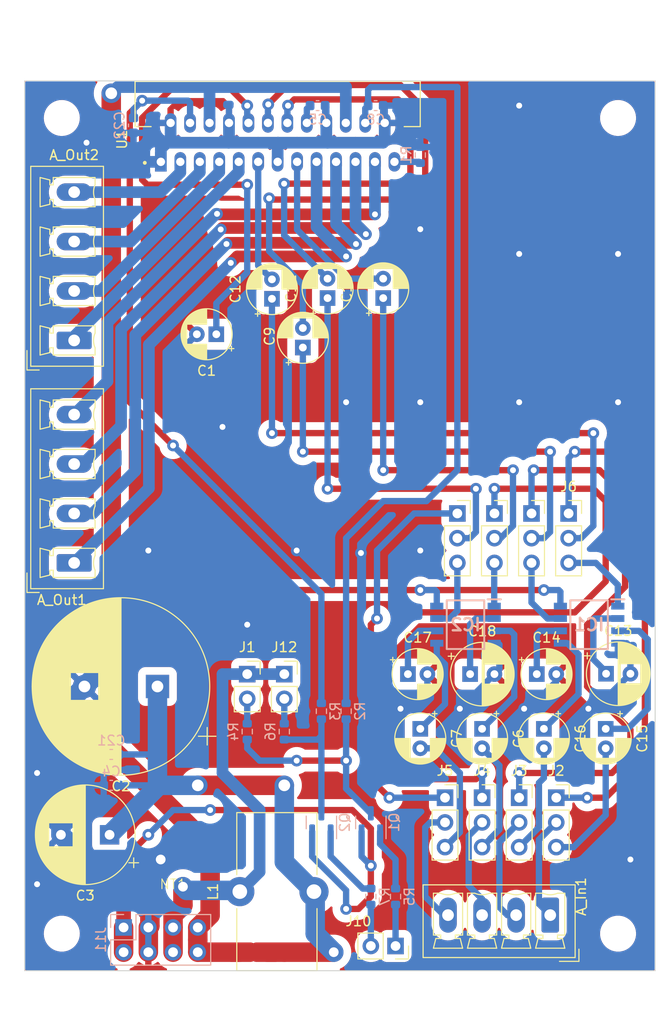
<source format=kicad_pcb>
(kicad_pcb (version 20221018) (generator pcbnew)
  (layers (0 "F.Cu" signal) (31 "B.Cu" signal) (34 "B.Paste" user) (35 "F.Paste" user) (36 "B.SilkS" user "B.Silkscreen") (37 "F.SilkS" user "F.Silkscreen") (38 "B.Mask" user) (39 "F.Mask" user) (44 "Edge.Cuts" user))
  (net 0 "")
  (net 1 "/OUT_LF")
  (net 2 "/OUT_RF")
  (net 3 "/OUT_LR")
  (net 4 "/OUT_RR")
  (net 5 "Net-(A_Out1-Pin_1)")
  (net 6 "Net-(A_Out1-Pin_2)")
  (net 7 "Net-(A_Out1-Pin_3)")
  (net 8 "Net-(A_Out1-Pin_4)")
  (net 9 "Net-(A_Out2-Pin_1)")
  (net 10 "Net-(A_Out2-Pin_2)")
  (net 11 "Net-(A_Out2-Pin_3)")
  (net 12 "Net-(A_Out2-Pin_4)")
  (net 13 "Net-(U1-SVR)")
  (net 14 "GNDA")
  (net 15 "+12VA")
  (net 16 "Net-(U1-AC-GND)")
  (net 17 "Net-(IC2-IN1)")
  (net 18 "/BA312_in_LR")
  (net 19 "Net-(IC2-IN2)")
  (net 20 "/BA312_in_RR")
  (net 21 "Net-(U1-MUTE)")
  (net 22 "GNDD")
  (net 23 "/RF")
  (net 24 "Net-(U1-IN2)")
  (net 25 "/LR")
  (net 26 "Net-(U1-IN3)")
  (net 27 "/RR")
  (net 28 "Net-(U1-IN4)")
  (net 29 "/LF")
  (net 30 "Net-(U1-IN1)")
  (net 31 "Net-(IC1-VM1)")
  (net 32 "Net-(IC1-VM2)")
  (net 33 "Net-(IC1-IN1)")
  (net 34 "/BA312_in_LF")
  (net 35 "Net-(IC1-IN2)")
  (net 36 "/BA312_in_RF")
  (net 37 "Net-(IC2-VM2)")
  (net 38 "Net-(IC2-VM1)")
  (net 39 "Net-(U1-ST-BY)")
  (net 40 "/BA312_out_LF")
  (net 41 "/BA312_out_RF")
  (net 42 "/BA312_out_LR")
  (net 43 "/BA312_out_RR")
  (net 44 "Net-(J1-Pin_2)")
  (net 45 "Net-(J2-Pin_1)")
  (net 46 "Net-(J3-Pin_1)")
  (net 47 "Net-(J4-Pin_1)")
  (net 48 "Net-(J5-Pin_1)")
  (net 49 "/MCU_MUTE")
  (net 50 "/MCU_ST-BY")
  (net 51 "+12V")
  (net 52 "Net-(Q1-B)")
  (net 53 "Net-(Q1-C)")
  (net 54 "Net-(Q2-B)")
  (net 55 "Net-(U1-HSD)")
  (net 56 "Net-(C2-Pad1)")
  (net 57 "Net-(J12-Pin_2)")
  (net 58 "Net-(Q2-C)")
  (footprint "Connector_PinSocket_2.54mm:PinSocket_1x03_P2.54mm_Vertical" (layer "F.Cu") (at 232.41 85.09)
    (fp_text reference "J7" hide)
    (fp_text value "Conn_01x03_Pin")
  )
  (footprint "MountingHole:MountingHole_3.2mm_M3" (layer "F.Cu") (at 241.3 44.45)
    (fp_text reference "H2" hide)
    (fp_text value "MountingHole")
  )
  (footprint "Capacitor_THT:CP_Radial_D5.0mm_P2.00mm" (layer "F.Cu") (at 227.33 107.22 -90)
    (fp_text reference "C6")
    (fp_text value "10uF/25V")
  )
  (footprint "Capacitor_THT:CP_Radial_D5.0mm_P2.00mm" (layer "F.Cu") (at 220.98 107.22 -90)
    (fp_text reference "C7")
    (fp_text value "10uF/25V")
  )
  (footprint "MountingHole:MountingHole_3.2mm_M3" (layer "F.Cu") (at 184.15 128.27)
    (fp_text reference "H4" hide)
    (fp_text value "MountingHole")
  )
  (footprint "Tie:Tie" (layer "F.Cu") (at 193.04 121.92)
    (fp_text reference "NT1")
    (fp_text value "NetTie_2")
  )
  (footprint "Capacitor_THT:CP_Radial_D5.0mm_P2.00mm" (layer "F.Cu") (at 208.915 68.04 90)
    (fp_text reference "C9")
    (fp_text value "10uF/25V")
  )
  (footprint "Capacitor_THT:CP_Radial_D5.0mm_P2.00mm" (layer "F.Cu") (at 211.455 62.96 90)
    (fp_text reference "C11")
    (fp_text value "10uF/25V")
  )
  (footprint "Capacitor_THT:CP_Radial_D5.0mm_P2.00mm" (layer "F.Cu") (at 217.17 62.96 90)
    (fp_text reference "C10")
    (fp_text value "10uF/25V")
  )
  (footprint "Inductor_THT:L_Toroid_Vertical_L16.0mm_W8.0mm_P7.62mm" (layer "F.Cu") (at 202.438 123.952 90)
    (fp_text reference "L1")
    (fp_text value "0.05 mH 0.2 Ohm")
  )
  (footprint "Connector_PinSocket_2.54mm:PinSocket_1x02_P2.54mm_Vertical" (layer "F.Cu") (at 218.44 129.54 -90)
    (fp_text reference "J10")
    (fp_text value "Conn_01x02_Pin")
  )
  (footprint "Connector_Phoenix_MC_HighVoltage:PhoenixContact_MCV_1,5_4-G-5.08_1x04_P5.08mm_Vertical" (layer "F.Cu") (at 185.42 67.31 90)
    (fp_text reference "A_Out2")
    (fp_text value "rozlut + CC-210D")
  )
  (footprint "Connector_PinSocket_2.54mm:PinSocket_1x03_P2.54mm_Vertical" (layer "F.Cu") (at 224.79 85.09)
    (fp_text reference "J9" hide)
    (fp_text value "Conn_01x03_Pin")
  )
  (footprint "Connector_PinSocket_2.54mm:PinSocket_1x02_P2.54mm_Vertical" (layer "F.Cu") (at 207.01 101.6)
    (fp_text reference "J12")
    (fp_text value "Conn_01x02_Pin")
  )
  (footprint "Connector_PinSocket_2.54mm:PinSocket_1x03_P2.54mm_Vertical" (layer "F.Cu") (at 234.95 114.3)
    (fp_text reference "J2")
    (fp_text value "Conn_01x03_Pin")
  )
  (footprint "MountingHole:MountingHole_3.2mm_M3" (layer "F.Cu") (at 241.3 128.27)
    (fp_text reference "H3" hide)
    (fp_text value "MountingHole")
  )
  (footprint "Capacitor_THT:CP_Radial_D5.0mm_P2.00mm" (layer "F.Cu") (at 205.74 63.032571 90)
    (fp_text reference "C12")
    (fp_text value "10uF/25V")
  )
  (footprint "Tie:Tie" (layer "F.Cu") (at 202.565 132.715 180)
    (fp_text reference "NT2" hide)
    (fp_text value "NetTie_2")
  )
  (footprint "Capacitor_THT:CP_Radial_D5.0mm_P2.00mm" (layer "F.Cu") (at 219.71 101.6)
    (fp_text reference "C17")
    (fp_text value "10uF/25V")
  )
  (footprint "Capacitor_THT:CP_Radial_D5.0mm_P2.00mm" (layer "F.Cu") (at 232.95 101.6)
    (fp_text reference "C14")
    (fp_text value "10uF/25V")
  )
  (footprint "MountingHole:MountingHole_3.2mm_M3" (layer "F.Cu") (at 184.15 44.45)
    (fp_text reference "H1" hide)
    (fp_text value "MountingHole")
  )
  (footprint "Connector_PinSocket_2.54mm:PinSocket_1x03_P2.54mm_Vertical" (layer "F.Cu") (at 236.22 85.09)
    (fp_text reference "J6")
    (fp_text value "Conn_01x03_Pin")
  )
  (footprint "Connector_Phoenix_MC_HighVoltage:PhoenixContact_MCV_1,5_4-G-5.08_1x04_P5.08mm_Vertical" (layer "F.Cu") (at 185.42 90.17 90)
    (fp_text reference "A_Out1")
    (fp_text value "rozlut + CC-210D")
  )
  (footprint "Connector_PinSocket_2.54mm:PinSocket_1x03_P2.54mm_Vertical" (layer "F.Cu") (at 231.14 114.3)
    (fp_text reference "J3")
    (fp_text value "Conn_01x03_Pin")
  )
  (footprint "TDA7850:TO100P2930X465X1937-25" (layer "F.Cu") (at 194.326 48.958 90)
    (fp_text reference "U1")
    (fp_text value "TDA7850")
  )
  (footprint "Capacitor_THT:CP_Radial_D6.3mm_P2.50mm" (layer "F.Cu") (at 240.07 101.56)
    (fp_text reference "C13")
    (fp_text value "22uF/25V")
  )
  (footprint "Capacitor_THT:CP_Radial_D10.0mm_P5.00mm" (layer "F.Cu") (at 189.057677 118.11 180)
    (fp_text reference "C3")
    (fp_text value "470uF 25V")
  )
  (footprint "Capacitor_THT:CP_Radial_D5.0mm_P2.00mm" (layer "F.Cu") (at 233.68 107.22 -90)
    (fp_text reference "C16")
    (fp_text value "10uF/25V")
  )
  (footprint "Connector_PinSocket_2.54mm:PinSocket_1x03_P2.54mm_Vertical" (layer "F.Cu") (at 223.52 114.3)
    (fp_text reference "J5")
    (fp_text value "Conn_01x03_Pin")
  )
  (footprint "Capacitor_THT:CP_Radial_D5.0mm_P2.00mm" (layer "F.Cu") (at 240.03 107.22 -90)
    (fp_text reference "C15")
    (fp_text value "10uF/25V")
  )
  (footprint "Connector_PinSocket_2.54mm:PinSocket_1x02_P2.54mm_Vertical" (layer "F.Cu") (at 203.2 101.6)
    (fp_text reference "J1")
    (fp_text value "Conn_01x02_Pin")
  )
  (footprint "Capacitor_THT:CP_Radial_D6.3mm_P2.50mm" (layer "F.Cu") (at 226.1 101.6)
    (fp_text reference "C18")
    (fp_text value "22uF/25V")
  )
  (footprint "Connector_Phoenix_MC:PhoenixContact_MCV_1,5_4-G-3.5_1x04_P3.50mm_Vertical" (layer "F.Cu") (at 234.33 126.365 180)
    (fp_text reference "A_In1")
    (fp_text value "Conn_01x04")
  )
  (footprint "Connector_PinSocket_2.54mm:PinSocket_1x03_P2.54mm_Vertical" (layer "F.Cu") (at 227.33 114.3)
    (fp_text reference "J4")
    (fp_text value "Conn_01x03_Pin")
  )
  (footprint "Capacitor_THT:CP_Radial_D18.0mm_P7.50mm" (layer "F.Cu") (at 193.97778 102.87 180)
    (fp_text reference "C2")
    (fp_text value "10000uF 25V")
  )
  (footprint "Connector_PinSocket_2.54mm:PinSocket_1x03_P2.54mm_Vertical" (layer "F.Cu") (at 228.6 85.09)
    (fp_text reference "J8" hide)
    (fp_text value "Conn_01x03_Pin")
  )
  (footprint "Capacitor_THT:CP_Radial_D5.0mm_P2.00mm" (layer "F.Cu") (at 200.025 66.675 180)
    (fp_text reference "C1")
    (fp_text value "47uF 25V")
  )
  (footprint "Capacitor_SMD:C_0603_1608Metric" (layer "B.Cu") (at 216.395 43.18)
    (fp_text reference "C8")
    (fp_text value "1uF")
  )
  (footprint "BA3121:SOIC127P620X160-8N" (layer "B.Cu") (at 238.325 96.52 180)
    (fp_text reference "IC1")
    (fp_text value "BA3121F-E2" hide)
  )
  (footprint "Package_TO_SOT_SMD:SOT-23" (layer "B.Cu") (at 210.82 116.84 90)
    (fp_text reference "Q2")
    (fp_text value "BC817")
  )
  (footprint "Capacitor_SMD:C_0603_1608Metric" (layer "B.Cu") (at 191.516 45.212 -90)
    (fp_text reference "C22")
    (fp_text value "1uF")
  )
  (footprint "Resistor_SMD:R_0603_1608Metric" (layer "B.Cu") (at 207.01 107.505 -90)
    (fp_text reference "R6")
    (fp_text value "1k")
  )
  (footprint "Capacitor_SMD:C_0603_1608Metric" (layer "B.Cu") (at 210.430667 43.18)
    (fp_text reference "C5")
    (fp_text value "470nF")
  )
  (footprint "Package_TO_SOT_SMD:SOT-23" (layer "B.Cu") (at 215.9 116.84 90)
    (fp_text reference "Q1")
    (fp_text value "BC817")
  )
  (footprint "Resistor_SMD:R_0603_1608Metric" (layer "B.Cu") (at 213.36 105.41 90)
    (fp_text reference "R2")
    (fp_text value "10k")
  )
  (footprint "Resistor_SMD:R_0603_1608Metric" (layer "B.Cu") (at 220.98 48.26 -90)
    (fp_text reference "R1")
    (fp_text value "10k n.a.")
  )
  (footprint "Resistor_SMD:R_0603_1608Metric" (layer "B.Cu") (at 218.44 124.46 90)
    (fp_text reference "R5")
    (fp_text value "1k")
  )
  (footprint "Resistor_SMD:R_0603_1608Metric" (layer "B.Cu") (at 210.82 105.41 90)
    (fp_text reference "R3")
    (fp_text value "47k")
  )
  (footprint "BA3121:SOIC127P620X160-8N" (layer "B.Cu") (at 225.625 96.52 180)
    (fp_text reference "IC2")
    (fp_text value "BA3121F-E2" hide)
  )
  (footprint "Capacitor_SMD:C_0603_1608Metric" (layer "B.Cu") (at 189.23 113.03 180)
    (fp_text reference "C4")
    (fp_text value "470nF")
  )
  (footprint "Resistor_SMD:R_0603_1608Metric" (layer "B.Cu") (at 215.9 124.46 90)
    (fp_text reference "R7")
    (fp_text value "1k")
  )
  (footprint "Capacitor_SMD:C_0603_1608Metric" (layer "B.Cu") (at 189.23 109.855 180)
    (fp_text reference "C21")
    (fp_text value "100nF")
  )
  (footprint "Connector_PinHeader_2.54mm:PinHeader_2x04_P2.54mm_Vertical" (layer "B.Cu") (at 190.5 127.635 -90)
    (fp_text reference "J11")
    (fp_text value "Conn_02x04_Odd_Even")
  )
  (footprint "Resistor_SMD:R_0603_1608Metric" (layer "B.Cu") (at 203.2 107.505 -90)
    (fp_text reference "R4")
    (fp_text value "1k")
  )
  (gr_line (start 180.34 132.08) (end 180.34 40.64) (stroke (width 0.1)) (layer "Edge.Cuts"))
  (gr_line (start 245.11 40.64) (end 245.11 132.08) (stroke (width 0.1)) (layer "Edge.Cuts"))
  (gr_line (start 180.34 40.64) (end 245.11 40.64) (stroke (width 0.1)) (layer "Edge.Cuts"))
  (gr_line (start 180.34 132.08) (end 245.11 132.08) (stroke (width 0.1)) (layer "Edge.Cuts"))
  (segment (start 233.172 125.207) (end 234.33 126.365) (width 0.65) (layer "B.Cu") (net 1))
  (segment (start 234.95 116.84) (end 233.172 118.618) (width 0.65) (layer "B.Cu") (net 1))
  (segment (start 233.172 118.618) (end 233.172 125.207) (width 0.65) (layer "B.Cu") (net 1))
  (segment (start 231.14 116.84) (end 229.108 118.872) (width 0.65) (layer "B.Cu") (net 2))
  (segment (start 229.93 126.365) (end 230.83 126.365) (width 0.65) (layer "B.Cu") (net 2))
  (segment (start 229.108 125.543) (end 229.93 126.365) (width 0.65) (layer "B.Cu") (net 2))
  (segment (start 229.108 118.872) (end 229.108 125.543) (width 0.65) (layer "B.Cu") (net 2))
  (segment (start 225.955 123.339) (end 227.33 124.714) (width 0.65) (layer "B.Cu") (net 3))
  (segment (start 225.955 118.215) (end 225.955 123.339) (width 0.65) (layer "B.Cu") (net 3))
  (segment (start 227.33 124.714) (end 227.33 126.365) (width 0.65) (layer "B.Cu") (net 3))
  (segment (start 227.33 116.84) (end 225.955 118.215) (width 0.65) (layer "B.Cu") (net 3))
  (segment (start 227.475 126.22) (end 227.33 126.365) (width 0.65) (layer "B.Cu") (net 3))
  (segment (start 221.996 116.84) (end 221.488 117.348) (width 0.65) (layer "B.Cu") (net 4))
  (segment (start 223.52 116.84) (end 221.996 116.84) (width 0.65) (layer "B.Cu") (net 4))
  (segment (start 221.488 124.46) (end 223.393 126.365) (width 0.65) (layer "B.Cu") (net 4))
  (segment (start 223.393 126.365) (end 223.83 126.365) (width 0.65) (layer "B.Cu") (net 4))
  (segment (start 221.488 117.348) (end 221.488 124.46) (width 0.65) (layer "B.Cu") (net 4))
  (segment (start 202.17398 58.679001) (end 201.51082 59.342161) (width 1.2) (layer "F.Cu") (net 5))
  (segment (start 213.36 58.679001) (end 202.17398 58.679001) (width 1.2) (layer "F.Cu") (net 5))
  (via (at 201.51082 59.342161) (size 1.2) (drill 0.61) (layers "F.Cu" "B.Cu") (net 5))
  (via (at 213.36 58.679001) (size 1.2) (drill 0.61) (layers "F.Cu" "B.Cu") (net 5))
  (segment (start 210.326 48.958) (end 210.326 55.645001) (width 1.2) (layer "B.Cu") (net 5))
  (segment (start 185.42 90.17) (end 193.095998 82.494002) (width 1.2) (layer "B.Cu") (net 5))
  (segment (start 193.095998 67.756985) (end 201.51082 59.342161) (width 1.2) (layer "B.Cu") (net 5))
  (segment (start 210.326 55.645001) (end 213.36 58.679001) (width 1.2) (layer "B.Cu") (net 5))
  (segment (start 193.095998 82.494002) (end 193.095998 67.756985) (width 1.2) (layer "B.Cu") (net 5))
  (segment (start 214.251501 57.279501) (end 201.189943 57.279501) (width 1.2) (layer "F.Cu") (net 6))
  (segment (start 214.376 57.404) (end 214.251501 57.279501) (width 1.2) (layer "F.Cu") (net 6))
  (segment (start 201.189943 57.279501) (end 201.067387 57.402057) (width 1.2) (layer "F.Cu") (net 6))
  (via (at 214.376 57.404) (size 1.2) (drill 0.61) (layers "F.Cu" "B.Cu") (net 6))
  (via (at 201.067387 57.402057) (size 1.2) (drill 0.61) (layers "F.Cu" "B.Cu") (net 6))
  (segment (start 187.325 85.09) (end 191.696497 80.718503) (width 1.2) (layer "B.Cu") (net 6))
  (segment (start 191.696497 66.748503) (end 201.042943 57.402057) (width 1.2) (layer "B.Cu") (net 6))
  (segment (start 212.326 48.958) (end 212.326 55.354) (width 1.2) (layer "B.Cu") (net 6))
  (segment (start 212.326 55.354) (end 214.376 57.404) (width 1.2) (layer "B.Cu") (net 6))
  (segment (start 185.42 85.09) (end 187.325 85.09) (width 1.2) (layer "B.Cu") (net 6))
  (segment (start 201.042943 57.402057) (end 201.067387 57.402057) (width 1.2) (layer "B.Cu") (net 6))
  (segment (start 191.696497 80.718503) (end 191.696497 66.748503) (width 1.2) (layer "B.Cu") (net 6))
  (segment (start 215.392 56.388) (end 214.7595 55.7555) (width 1.2) (layer "F.Cu") (net 7))
  (segment (start 214.7595 55.7555) (end 200.624466 55.7555) (width 1.2) (layer "F.Cu") (net 7))
  (segment (start 200.624466 55.7555) (end 200.474208 55.905758) (width 1.2) (layer "F.Cu") (net 7))
  (via (at 215.392 56.388) (size 1.2) (drill 0.61) (layers "F.Cu" "B.Cu") (net 7))
  (via (at 200.474208 55.905758) (size 1.2) (drill 0.61) (layers "F.Cu" "B.Cu") (net 7))
  (segment (start 214.326 48.958) (end 214.326 55.322) (width 1.2) (layer "B.Cu") (net 7))
  (segment (start 190.240998 66.138968) (end 200.474208 55.905758) (width 1.2) (layer "B.Cu") (net 7))
  (segment (start 190.240998 76.089002) (end 190.240998 66.138968) (width 1.2) (layer "B.Cu") (net 7))
  (segment (start 186.32 80.01) (end 190.240998 76.089002) (width 1.2) (layer "B.Cu") (net 7))
  (segment (start 185.42 80.01) (end 186.32 80.01) (width 1.2) (layer "B.Cu") (net 7))
  (segment (start 214.326 55.322) (end 215.392 56.388) (width 1.2) (layer "B.Cu") (net 7))
  (segment (start 216.326 54.356) (end 200.152 54.356) (width 1.2) (layer "F.Cu") (net 8))
  (segment (start 200.152 54.356) (end 200.098387 54.302387) (width 1.2) (layer "F.Cu") (net 8))
  (via (at 200.098387 54.302387) (size 1.2) (drill 0.61) (layers "F.Cu" "B.Cu") (net 8))
  (via (at 216.326 54.356) (size 1.2) (drill 0.61) (layers "F.Cu" "B.Cu") (net 8))
  (segment (start 188.841497 65.455276) (end 199.994386 54.302387) (width 1.2) (layer "B.Cu") (net 8))
  (segment (start 185.42 74.93) (end 188.841497 71.508503) (width 1.2) (layer "B.Cu") (net 8))
  (segment (start 188.841497 71.508503) (end 188.841497 65.455276) (width 1.2) (layer "B.Cu") (net 8))
  (segment (start 199.994386 54.302387) (end 200.098387 54.302387) (width 1.2) (layer "B.Cu") (net 8))
  (segment (start 216.326 48.958) (end 216.326 54.356) (width 1.2) (layer "B.Cu") (net 8))
  (segment (start 185.42 66.897579) (end 185.42 67.31) (width 1.2) (layer "B.Cu") (net 9))
  (segment (start 202.326 48.958) (end 202.326 49.991579) (width 1.2) (layer "B.Cu") (net 9))
  (segment (start 202.326 49.991579) (end 185.42 66.897579) (width 1.2) (layer "B.Cu") (net 9))
  (segment (start 200.326 48.958) (end 200.326 50.012386) (width 1.2) (layer "B.Cu") (net 10))
  (segment (start 188.108386 62.23) (end 185.42 62.23) (width 1.2) (layer "B.Cu") (net 10))
  (segment (start 200.326 50.012386) (end 188.108386 62.23) (width 1.2) (layer "B.Cu") (net 10))
  (segment (start 191.209193 57.15) (end 185.42 57.15) (width 1.2) (layer "B.Cu") (net 11))
  (segment (start 198.326 48.958) (end 198.326 50.033193) (width 1.2) (layer "B.Cu") (net 11))
  (segment (start 198.326 50.033193) (end 191.209193 57.15) (width 1.2) (layer "B.Cu") (net 11))
  (segment (start 196.326 48.958) (end 196.326 50.054) (width 1.2) (layer "B.Cu") (net 12))
  (segment (start 194.31 52.07) (end 185.42 52.07) (width 1.2) (layer "B.Cu") (net 12))
  (segment (start 196.326 50.054) (end 194.31 52.07) (width 1.2) (layer "B.Cu") (net 12))
  (segment (start 192.913 51.308) (end 203.2 51.308) (width 0.65) (layer "F.Cu") (net 13))
  (segment (start 201.295 41.275) (end 195.58 41.275) (width 0.65) (layer "F.Cu") (net 13))
  (segment (start 192.405 44.45) (end 192.405 50.8) (width 0.65) (layer "F.Cu") (net 13))
  (segment (start 203.2 43.18) (end 201.295 41.275) (width 0.65) (layer "F.Cu") (net 13))
  (segment (start 192.405 50.8) (end 192.913 51.308) (width 0.65) (layer "F.Cu") (net 13))
  (segment (start 195.58 41.275) (end 192.405 44.45) (width 0.65) (layer "F.Cu") (net 13))
  (via (at 203.2 43.18) (size 1.2) (drill 0.61) (layers "F.Cu" "B.Cu") (net 13))
  (via (at 203.2 51.308) (size 1.2) (drill 0.61) (layers "F.Cu" "B.Cu") (net 13))
  (segment (start 203.2 60.325) (end 203.2 51.308) (width 0.65) (layer "B.Cu") (net 13))
  (segment (start 200.025 66.675) (end 200.025 63.5) (width 0.65) (layer "B.Cu") (net 13))
  (segment (start 203.2 43.18) (end 203.2 44.832) (width 0.65) (layer "B.Cu") (net 13))
  (segment (start 203.2 44.832) (end 203.326 44.958) (width 0.65) (layer "B.Cu") (net 13))
  (segment (start 200.025 63.5) (end 203.2 60.325) (width 0.65) (layer "B.Cu") (net 13))
  (segment (start 193.2 121.76) (end 194.31 120.65) (width 2) (layer "F.Cu") (net 14))
  (segment (start 193.2 127.475) (end 193.2 124.46) (width 2) (layer "F.Cu") (net 14))
  (segment (start 225.044 105.156) (end 231.648 105.156) (width 0.65) (layer "F.Cu") (net 14))
  (segment (start 193.2 124.255837) (end 193.2 121.76) (width 2) (layer "F.Cu") (net 14))
  (segment (start 193.04 130.175) (end 193.04 127.635) (width 2) (layer "F.Cu") (net 14))
  (segment (start 238.252 105.156) (end 231.648 105.156) (width 0.65) (layer "F.Cu") (net 14))
  (segment (start 193.04 127.635) (end 193.2 127.475) (width 2) (layer "F.Cu") (net 14))
  (segment (start 225.044 105.156) (end 218.948 105.156) (width 0.65) (layer "F.Cu") (net 14))
  (via (at 225.044 105.156) (size 1.2) (drill 0.61) (layers "F.Cu" "B.Cu") (net 14))
  (via (at 231.648 105.156) (size 1.2) (drill 0.61) (layers "F.Cu" "B.Cu") (net 14))
  (via (at 194.31 120.65) (size 2) (drill 1) (layers "F.Cu" "B.Cu") (net 14))
  (via (at 231.14 58.42) (size 1.2) (drill 0.61) (layers "F.Cu" "B.Cu") (net 14))
  (via (at 241.3 58.42) (size 1.2) (drill 0.61) (layers "F.Cu" "B.Cu") (net 14))
  (via (at 231.14 43.18) (size 1.2) (drill 0.61) (layers "F.Cu" "B.Cu") (net 14))
  (via (at 242.57 120.65) (size 1.2) (drill 0.61) (layers "F.Cu" "B.Cu") (net 14))
  (via (at 220.98 55.88) (size 1.2) (drill 0.61) (layers "F.Cu" "B.Cu") (net 14))
  (via (at 231.14 73.66) (size 1.2) (drill 0.61) (layers "F.Cu" "B.Cu") (net 14))
  (via (at 200.66 76.2) (size 1.2) (drill 0.61) (layers "F.Cu" "B.Cu") (net 14))
  (via (at 220.98 88.9) (size 1.2) (drill 0.61) (layers "F.Cu" "B.Cu") (net 14))
  (via (at 213.36 73.66) (size 1.2) (drill 0.61) (layers "F.Cu" "B.Cu") (net 14))
  (via (at 193.04 88.9) (size 1.2) (drill 0.61) (layers "F.Cu" "B.Cu") (net 14))
  (via (at 220.98 73.66) (size 1.2) (drill 0.61) (layers "F.Cu" "B.Cu") (net 14))
  (via (at 208.28 88.9) (size 1.2) (drill 0.61) (layers "F.Cu" "B.Cu") (net 14))
  (via (at 214.884 89.154) (size 1.2) (drill 0.61) (layers "F.Cu" "B.Cu") (net 14))
  (via (at 241.3 73.66) (size 1.2) (drill 0.61) (layers "F.Cu" "B.Cu") (net 14))
  (via (at 181.61 111.76) (size 1.2) (drill 0.61) (layers "F.Cu" "B.Cu") (net 14))
  (via (at 203.2 96.52) (size 1.2) (drill 0.61) (layers "F.Cu" "B.Cu") (net 14))
  (via (at 186.69 46.99) (size 1.2) (drill 0.61) (layers "F.Cu" "B.Cu") (net 14))
  (via (at 218.948 105.156) (size 1.2) (drill 0.61) (layers "F.Cu" "B.Cu") (net 14))
  (via (at 181.61 123.19) (size 1.2) (drill 0.61) (layers "F.Cu" "B.Cu") (net 14))
  (via (at 238.252 105.156) (size 1.2) (drill 0.61) (layers "F.Cu" "B.Cu") (net 14))
  (segment (start 242.57 101.56) (end 238.974 105.156) (width 0.65) (layer "B.Cu") (net 14))
  (segment (start 184.057677 113.03) (end 184.057677 109.855) (width 2) (layer "B.Cu") (net 14))
  (segment (start 217.326 43.336) (end 217.326 44.958) (width 0.65) (layer "B.Cu") (net 14))
  (segment (start 211.326 44.958) (end 211.326 43.300333) (width 0.65) (layer "B.Cu") (net 14))
  (segment (start 194.326 48.958) (end 194.326 47.609) (width 1.2) (layer "B.Cu") (net 14))
  (segment (start 228.6 101.6) (end 225.044 105.156) (width 0.65) (layer "B.Cu") (net 14))
  (segment (start 220.98 47.435) (end 220.379 46.834) (width 0.65) (layer "B.Cu") (net 14))
  (segment (start 191.516 45.987) (end 191.516 48.958) (width 0.65) (layer "B.Cu") (net 14))
  (segment (start 217.17 46.99) (end 217.326 46.834) (width 1.2) (layer "B.Cu") (net 14))
  (segment (start 219.28537 105.156) (end 218.948 105.156) (width 0.65) (layer "B.Cu") (net 14))
  (segment (start 188.455 109.855) (end 184.057677 109.855) (width 0.65) (layer "B.Cu") (net 14))
  (segment (start 206.326 48.958) (end 206.326 47.039) (width 1.2) (layer "B.Cu") (net 14))
  (segment (start 184.057677 118.11) (end 184.057677 113.03) (width 2) (layer "B.Cu") (net 14))
  (segment (start 211.326 43.300333) (end 211.205667 43.18) (width 0.65) (layer "B.Cu") (net 14))
  (segment (start 228.575 98.425) (end 228.981 98.425) (width 0.65) (layer "B.Cu") (net 14))
  (segment (start 194.326 47.609) (end 194.945 46.99) (width 1.2) (layer "B.Cu") (net 14))
  (segment (start 238.974 105.156) (end 238.252 105.156) (width 0.65) (layer "B.Cu") (net 14))
  (segment (start 242.57 98.806) (end 242.57 101.56) (width 0.65) (layer "B.Cu") (net 14))
  (segment (start 194.945 46.99) (end 201.295 46.99) (width 1.2) (layer "B.Cu") (net 14))
  (segment (start 184.057677 105.290103) (end 186.47778 102.87) (width 2) (layer "B.Cu") (net 14))
  (segment (start 229.108 101.092) (end 228.6 101.6) (width 0.65) (layer "B.Cu") (net 14))
  (segment (start 234.95 102.362) (end 234.95 101.6) (width 0.65) (layer "B.Cu") (net 14))
  (segment (start 191.516 48.958) (end 181.912 48.958) (width 1.2) (layer "B.Cu") (net 14))
  (segment (start 217.17 43.18) (end 217.326 43.336) (width 0.65) (layer "B.Cu") (net 14))
  (segment (start 241.275 98.425) (end 242.189 98.425) (width 0.65) (layer "B.Cu") (net 14))
  (segment (start 229.108 98.552) (end 229.108 101.092) (width 0.65) (layer "B.Cu") (net 14))
  (segment (start 201.326 44.958) (end 201.326 46.959) (width 1.2) (layer "B.Cu") (net 14))
  (segment (start 190.5 98.84778) (end 190.5 95.25) (width 2) (layer "B.Cu") (net 14))
  (segment (start 186.47778 102.87) (end 190.5 98.84778) (width 2) (layer "B.Cu") (net 14))
  (segment (start 184.057677 118.11) (end 186.597677 120.65) (width 2) (layer "B.Cu") (net 14))
  (segment (start 206.326 47.039) (end 206.375 46.99) (width 1.2) (layer "B.Cu") (net 14))
  (segment (start 211.326 44.958) (end 211.326 46.861) (width 1.2) (layer "B.Cu") (net 14))
  (segment (start 201.295 46.99) (end 206.375 46.99) (width 1.2) (layer "B.Cu") (net 14))
  (segment (start 188.455 113.03) (end 184.057677 113.03) (width 0.65) (layer "B.Cu") (net 14))
  (segment (start 217.326 46.834) (end 217.326 44.958) (width 1.2) (layer "B.Cu") (net 14))
  (segment (start 195.326 44.958) (end 195.326 46.609) (width 1.2) (layer "B.Cu") (net 14))
  (segment (start 184.057677 109.855) (end 184.057677 105.290103) (width 2) (layer "B.Cu") (net 14))
  (segment (start 211.455 46.99) (end 217.17 46.99) (width 1.2) (layer "B.Cu") (net 14))
  (segment (start 220.789 47.244) (end 220.379 46.834) (width 0.65) (layer "B.Cu") (net 14))
  (segment (start 201.326 46.959) (end 201.295 46.99) (width 1.2) (layer "B.Cu") (net 14))
  (segment (start 232.156 105.156) (end 234.95 102.362) (width 0.65) (layer "B.Cu") (net 14))
  (segment (start 211.205667 44.837667) (end 211.326 44.958) (width 0.65) (layer "B.Cu") (net 14))
  (segment (start 181.34 49.53) (end 181.34 95.25) (width 2) (layer "B.Cu") (net 14))
  (segment (start 181.34 95.25) (end 190.5 95.25) (width 2) (layer "B.Cu") (net 14))
  (segment (start 186.597677 120.65) (end 194.31 120.65) (width 2) (layer "B.Cu") (net 14))
  (segment (start 195.326 46.609) (end 194.945 46.99) (width 1.2) (layer "B.Cu") (net 14))
  (segment (start 181.912 48.958) (end 181.34 49.53) (width 1.2) (layer "B.Cu") (net 14))
  (segment (start 211.326 46.861) (end 211.455 46.99) (width 1.2) (layer "B.Cu") (net 14))
  (segment (start 221.71 102.73137) (end 219.28537 105.156) (width 0.65) (layer "B.Cu") (net 14))
  (segment (start 231.648 105.156) (end 232.156 105.156) (width 0.65) (layer "B.Cu") (net 14))
  (segment (start 206.375 46.99) (end 211.455 46.99) (width 1.2) (layer "B.Cu") (net 14))
  (segment (start 219.71 57.88) (end 220.25 57.88) (width 0.65) (layer "B.Cu") (net 14))
  (segment (start 194.326 48.958) (end 191.516 48.958) (width 1.2) (layer "B.Cu") (net 14))
  (segment (start 221.71 101.6) (end 221.71 102.73137) (width 0.65) (layer "B.Cu") (net 14))
  (segment (start 220.379 46.834) (end 217.326 46.834) (width 0.65) (layer "B.Cu") (net 14))
  (segment (start 242.189 98.425) (end 242.57 98.806) (width 0.65) (layer "B.Cu") (net 14))
  (segment (start 228.981 98.425) (end 229.108 98.552) (width 0.65) (layer "B.Cu") (net 14))
  (segment (start 199.39 119.38) (end 199.39 126.365) (width 2) (layer "F.Cu") (net 15))
  (segment (start 189.23 92.71) (end 189.23 41.91) (width 2) (layer "F.Cu") (net 15))
  (segment (start 198.12 128.905) (end 198.12 130.175) (width 2) (layer "F.Cu") (net 15))
  (segment (start 199.39 126.365) (end 198.12 127.635) (width 2) (layer "F.Cu") (net 15))
  (segment (start 181.61 97.79) (end 181.61 107.95) (width 2) (layer "F.Cu") (net 15))
  (segment (start 189.484 92.964) (end 189.23 92.71) (width 0.65) (layer "F.Cu") (net 15))
  (segment (start 181.61 107.95) (end 182.88 109.22) (width 2) (layer "F.Cu") (net 15))
  (segment (start 182.88 109.22) (end 189.23 109.22) (width 2) (layer "F.Cu") (net 15))
  (segment (start 184.15 95.25) (end 181.61 97.79) (width 2) (layer "F.Cu") (net 15))
  (segment (start 189.23 109.22) (end 199.39 119.38) (width 2) (layer "F.Cu") (net 15))
  (segment (start 233.68 92.964) (end 220.98 92.964) (width 0.65) (layer "F.Cu") (net 15))
  (segment (start 186.69 95.25) (end 184.15 95.25) (width 2) (layer "F.Cu") (net 15))
  (segment (start 189.23 92.71) (end 186.69 95.25) (width 2) (layer "F.Cu") (net 15))
  (segment (start 220.98 92.964) (end 189.484 92.964) (width 0.65) (layer "F.Cu") (net 15))
  (segment (start 198.12 127.635) (end 198.12 128.905) (width 2) (layer "F.Cu") (net 15))
  (segment (start 198.12 130.175) (end 202.405 130.175) (width 2) (layer "F.Cu") (net 15))
  (via (at 189.23 41.91) (size 2) (drill 1.2) (layers "F.Cu" "B.Cu") (net 15))
  (via (at 220.98 92.964) (size 1.2) (drill 0.61) (layers "F.Cu" "B.Cu") (net 15))
  (via (at 233.68 92.964) (size 1.2) (drill 0.61) (layers "F.Cu" "B.Cu") (net 15))
  (segment (start 235.204 92.964) (end 235.375 93.135) (width 0.65) (layer "B.Cu") (net 15))
  (segment (start 199.39 41.275) (end 199.3875 41.2725) (width 1.2) (layer "B.Cu") (net 15))
  (segment (start 213.36 44.924) (end 213.326 44.958) (width 0.65) (layer "B.Cu") (net 15))
  (segment (start 222.504 92.964) (end 222.675 93.135) (width 0.65) (layer "B.Cu") (net 15))
  (segment (start 220.98 92.964) (end 222.504 92.964) (width 0.65) (layer "B.Cu") (net 15))
  (segment (start 222.675 93.135) (end 222.675 94.615) (width 0.65) (layer "B.Cu") (net 15))
  (segment (start 199.39 41.275) (end 213.36 41.275) (width 1.2) (layer "B.Cu") (net 15))
  (segment (start 199.326 44.958) (end 199.326 41.339) (width 1.2) (layer "B.Cu") (net 15))
  (segment (start 199.3875 41.2725) (end 189.8675 41.2725) (width 1.2) (layer "B.Cu") (net 15))
  (segment (start 189.8675 41.2725) (end 189.23 41.91) (width 1.2) (layer "B.Cu") (net 15))
  (segment (start 213.36 41.275) (end 213.326 41.309) (width 1.2) (layer "B.Cu") (net 15))
  (segment (start 213.326 41.309) (end 213.326 44.958) (width 1.2) (layer "B.Cu") (net 15))
  (segment (start 199.326 41.339) (end 199.39 41.275) (width 1.2) (layer "B.Cu") (net 15))
  (segment (start 235.375 93.135) (end 235.375 94.615) (width 0.65) (layer "B.Cu") (net 15))
  (segment (start 233.68 92.964) (end 235.204 92.964) (width 0.65) (layer "B.Cu") (net 15))
  (segment (start 209.326 44.958) (end 209.326 43.509667) (width 0.65) (layer "B.Cu") (net 16))
  (segment (start 209.326 43.509667) (end 209.655667 43.18) (width 0.65) (layer "B.Cu") (net 16))
  (segment (start 230.632 97.536) (end 230.632 103.918) (width 0.65) (layer "B.Cu") (net 17))
  (segment (start 230.632 103.918) (end 227.33 107.22) (width 0.65) (layer "B.Cu") (net 17))
  (segment (start 230.251 97.155) (end 230.632 97.536) (width 0.65) (layer "B.Cu") (net 17))
  (segment (start 228.575 97.155) (end 230.251 97.155) (width 0.65) (layer "B.Cu") (net 17))
  (segment (start 227.33 119.38) (end 228.18 118.53) (width 0.65) (layer "B.Cu") (net 18))
  (segment (start 229.108 117.567456) (end 229.108 110.998) (width 0.65) (layer "B.Cu") (net 18))
  (segment (start 229.108 110.998) (end 227.33 109.22) (width 0.65) (layer "B.Cu") (net 18))
  (segment (start 228.18 118.495456) (end 229.108 117.567456) (width 0.65) (layer "B.Cu") (net 18))
  (segment (start 228.18 118.53) (end 228.18 118.495456) (width 0.65) (layer "B.Cu") (net 18))
  (segment (start 222.675 98.425) (end 222.675 99.739) (width 0.65) (layer "B.Cu") (net 19))
  (segment (start 222.675 99.739) (end 223.52 100.584) (width 0.65) (layer "B.Cu") (net 19))
  (segment (start 223.52 104.68) (end 220.98 107.22) (width 0.65) (layer "B.Cu") (net 19))
  (segment (start 223.52 100.584) (end 223.52 104.68) (width 0.65) (layer "B.Cu") (net 19))
  (segment (start 222.504 109.22) (end 225.044 111.76) (width 0.65) (layer "B.Cu") (net 20))
  (segment (start 220.98 109.22) (end 222.504 109.22) (width 0.65) (layer "B.Cu") (net 20))
  (segment (start 225.044 111.76) (end 225.044 117.856) (width 0.65) (layer "B.Cu") (net 20))
  (segment (start 225.044 117.856) (end 223.52 119.38) (width 0.65) (layer "B.Cu") (net 20))
  (segment (start 215.326 43.474) (end 215.62 43.18) (width 0.65) (layer "B.Cu") (net 21))
  (segment (start 215.326 44.958) (end 215.326 43.474) (width 0.65) (layer "B.Cu") (net 21))
  (segment (start 213.36 87.63) (end 217.17 83.82) (width 0.65) (layer "B.Cu") (net 21))
  (segment (start 217.17 83.82) (end 221.615 83.82) (width 0.65) (layer "B.Cu") (net 21))
  (segment (start 213.36 104.585) (end 213.36 87.63) (width 0.65) (layer "B.Cu") (net 21))
  (segment (start 215.9 41.275) (end 215.62 41.555) (width 0.65) (layer "B.Cu") (net 21))
  (segment (start 224.79 80.645) (end 224.79 41.275) (width 0.65) (layer "B.Cu") (net 21))
  (segment (start 215.62 41.555) (end 215.62 43.18) (width 0.65) (layer "B.Cu") (net 21))
  (segment (start 221.615 83.82) (end 224.79 80.645) (width 0.65) (layer "B.Cu") (net 21))
  (segment (start 224.79 41.275) (end 215.9 41.275) (width 0.65) (layer "B.Cu") (net 21))
  (segment (start 214.63 125.73) (end 215.9 124.46) (width 0.65) (layer "F.Cu") (net 22))
  (segment (start 190.47 127.605) (end 190.5 127.635) (width 1.5) (layer "F.Cu") (net 22))
  (segment (start 190.5 130.175) (end 190.5 127.635) (width 2) (layer "F.Cu") (net 22))
  (segment (start 193.04 118.11) (end 190.5 120.65) (width 0.65) (layer "F.Cu") (net 22))
  (segment (start 190.5 120.65) (end 190.5 124.46) (width 0.65) (layer "F.Cu") (net 22))
  (segment (start 215.9 124.46) (end 215.9 121.285) (width 0.65) (layer "F.Cu") (net 22))
  (segment (start 213.995 115.57) (end 215.9 117.475) (width 0.65) (layer "F.Cu") (net 22))
  (segment (start 190.582677 124.377323) (end 190.5 124.46) (width 0.65) (layer "F.Cu") (net 22))
  (segment (start 213.36 125.73) (end 214.63 125.73) (width 0.65) (layer "F.Cu") (net 22))
  (segment (start 199.39 115.57) (end 213.995 115.57) (width 0.65) (layer "F.Cu") (net 22))
  (segment (start 190.5 127.635) (end 190.5 124.46) (width 1.5) (layer "F.Cu") (net 22))
  (segment (start 215.9 117.475) (end 215.9 121.285) (width 0.65) (layer "F.Cu") (net 22))
  (via (at 199.39 115.57) (size 1.2) (drill 0.61) (layers "F.Cu" "B.Cu") (net 22))
  (via (at 193.04 118.11) (size 1.2) (drill 0.61) (layers "F.Cu" "B.Cu") (net 22))
  (via (at 213.36 125.73) (size 1.2) (drill 0.61) (layers "F.Cu" "B.Cu") (net 22))
  (via (at 215.9 121.285) (size 1.2) (drill 0.61) (layers "F.Cu" "B.Cu") (net 22))
  (segment (start 209.87 117.7775) (end 209.87 120.335) (width 0.65) (layer "B.Cu") (net 22))
  (segment (start 214.95 120.335) (end 215.9 121.285) (width 0.65) (layer "B.Cu") (net 22))
  (segment (start 195.58 115.57) (end 193.04 118.11) (width 0.65) (layer "B.Cu") (net 22))
  (segment (start 213.36 123.825) (end 213.36 125.73) (width 0.65) (layer "B.Cu") (net 22))
  (segment (start 214.95 117.7775) (end 214.95 120.335) (width 0.65) (layer "B.Cu") (net 22))
  (segment (start 209.87 120.335) (end 213.36 123.825) (width 0.65) (layer "B.Cu") (net 22))
  (segment (start 199.39 115.57) (end 195.58 115.57) (width 0.65) (layer "B.Cu") (net 22))
  (segment (start 208.915 78.74) (end 234.315 78.74) (width 0.65) (layer "F.Cu") (net 23))
  (via (at 234.315 78.74) (size 1.2) (drill 0.61) (layers "F.Cu" "B.Cu") (net 23))
  (via (at 208.915 78.74) (size 1.2) (drill 0.61) (layers "F.Cu" "B.Cu") (net 23))
  (segment (start 233.68 87.63) (end 234.315 86.995) (width 0.65) (layer "B.Cu") (net 23))
  (segment (start 232.41 87.63) (end 233.68 87.63) (width 0.65) (layer "B.Cu") (net 23))
  (segment (start 234.315 86.995) (end 234.315 78.74) (width 0.65) (layer "B.Cu") (net 23))
  (segment (start 208.915 68.04) (end 208.915 69.49) (width 0.65) (layer "B.Cu") (net 23))
  (segment (start 208.915 69.49) (end 208.915 78.74) (width 0.65) (layer "B.Cu") (net 23))
  (segment (start 221.488 43.6245) (end 221.488 50.8) (width 0.65) (layer "F.Cu") (net 24))
  (segment (start 221.488 50.8) (end 219.456 52.832) (width 0.65) (layer "F.Cu") (net 24))
  (segment (start 207.351501 41.060499) (end 218.923999 41.060499) (width 0.65) (layer "F.Cu") (net 24))
  (segment (start 205.359 43.053) (end 207.351501 41.060499) (width 0.65) (layer "F.Cu") (net 24))
  (segment (start 205.5775 52.832) (end 205.4505 52.705) (width 0.65) (layer "F.Cu") (net 24))
  (segment (start 218.923999 41.060499) (end 221.488 43.6245) (width 0.65) (layer "F.Cu") (net 24))
  (segment (start 205.321 52.5755) (end 205.4505 52.705) (width 0.375) (layer "F.Cu") (net 24))
  (segment (start 219.456 52.832) (end 205.5775 52.832) (width 0.65) (layer "F.Cu") (net 24))
  (via (at 205.359 43.053) (size 1.2) (drill 0.61) (layers "F.Cu" "B.Cu") (net 24))
  (via (at 205.4505 52.705) (size 1.2) (drill 0.61) (layers "F.Cu" "B.Cu") (net 24))
  (segment (start 208.915 61.595) (end 205.4505 58.1305) (width 0.65) (layer "B.Cu") (net 24))
  (segment (start 205.4505 58.1305) (end 205.4505 52.705) (width 0.65) (layer "B.Cu") (net 24))
  (segment (start 205.326 43.086) (end 205.359 43.053) (width 0.3) (layer "B.Cu") (net 24))
  (segment (start 208.915 66.04) (end 208.915 61.595) (width 0.65) (layer "B.Cu") (net 24))
  (segment (start 205.326 44.958) (end 205.326 43.086) (width 0.65) (layer "B.Cu") (net 24))
  (segment (start 205.326 44.958) (end 205.326 45.499) (width 0.3) (layer "B.Cu") (net 24))
  (segment (start 230.505 80.645) (end 217.17 80.645) (width 0.65) (layer "F.Cu") (net 25))
  (via (at 230.505 80.645) (size 1.2) (drill 0.61) (layers "F.Cu" "B.Cu") (net 25))
  (via (at 217.17 80.645) (size 1.2) (drill 0.61) (layers "F.Cu" "B.Cu") (net 25))
  (segment (start 230.505 86.36) (end 230.505 80.645) (width 0.65) (layer "B.Cu") (net 25))
  (segment (start 229.235 87.63) (end 230.505 86.36) (width 0.65) (layer "B.Cu") (net 25))
  (segment (start 217.17 62.96) (end 217.17 80.645) (width 0.65) (layer "B.Cu") (net 25))
  (segment (start 228.6 87.63) (end 229.235 87.63) (width 0.65) (layer "B.Cu") (net 25))
  (segment (start 213.36 60.96) (end 217.17 60.96) (width 0.65) (layer "B.Cu") (net 26))
  (segment (start 208.326 48.958) (end 208.326 55.926) (width 0.65) (layer "B.Cu") (net 26))
  (segment (start 208.326 55.926) (end 213.36 60.96) (width 0.65) (layer "B.Cu") (net 26))
  (segment (start 211.455 82.55) (end 226.695 82.55) (width 0.65) (layer "F.Cu") (net 27))
  (via (at 211.455 82.55) (size 1.2) (drill 0.61) (layers "F.Cu" "B.Cu") (net 27))
  (via (at 226.695 82.55) (size 1.2) (drill 0.61) (layers "F.Cu" "B.Cu") (net 27))
  (segment (start 224.79 87.63) (end 226.06 87.63) (width 0.65) (layer "B.Cu") (net 27))
  (segment (start 226.06 87.63) (end 226.695 86.995) (width 0.65) (layer "B.Cu") (net 27))
  (segment (start 211.455 62.96) (end 211.455 82.55) (width 0.65) (layer "B.Cu") (net 27))
  (segment (start 226.695 86.995) (end 226.695 82.55) (width 0.65) (layer "B.Cu") (net 27))
  (segment (start 219.964 43.815) (end 218.694 42.545) (width 0.65) (layer "F.Cu") (net 28))
  (segment (start 219.964 50.292) (end 219.964 43.815) (width 0.65) (layer "F.Cu") (net 28))
  (segment (start 208.026 42.545) (end 207.391 43.18) (width 0.65) (layer "F.Cu") (net 28))
  (segment (start 218.694 42.545) (end 208.026 42.545) (width 0.65) (layer "F.Cu") (net 28))
  (segment (start 206.991268 51.1995) (end 219.0565 51.1995) (width 0.65) (layer "F.Cu") (net 28))
  (segment (start 219.0565 51.1995) (end 219.964 50.292) (width 0.65) (layer "F.Cu") (net 28))
  (via (at 207.391 43.18) (size 1.2) (drill 0.61) (layers "F.Cu" "B.Cu") (net 28))
  (via (at 206.991268 51.1995) (size 1.2) (drill 0.61) (layers "F.Cu" "B.Cu") (net 28))
  (segment (start 211.455 60.96) (end 206.991268 56.496268) (width 0.65) (layer "B.Cu") (net 28))
  (segment (start 207.326 43.245) (end 207.391 43.18) (width 0.65) (layer "B.Cu") (net 28))
  (segment (start 207.326 44.958) (end 207.326 43.245) (width 0.65) (layer "B.Cu") (net 28))
  (segment (start 206.991268 56.496268) (end 206.991268 51.1995) (width 0.65) (layer "B.Cu") (net 28))
  (segment (start 238.76 76.835) (end 205.74 76.835) (width 0.65) (layer "F.Cu") (net 29))
  (via (at 238.76 76.835) (size 1.2) (drill 0.61) (layers "F.Cu" "B.Cu") (net 29))
  (via (at 205.74 76.835) (size 1.2) (drill 0.61) (layers "F.Cu" "B.Cu") (net 29))
  (segment (start 205.74 63.032571) (end 205.74 76.835) (width 0.65) (layer "B.Cu") (net 29))
  (segment (start 238.76 86.36) (end 238.76 76.835) (width 0.65) (layer "B.Cu") (net 29))
  (segment (start 236.22 87.63) (end 237.49 87.63) (width 0.65) (layer "B.Cu") (net 29))
  (segment (start 237.49 87.63) (end 238.76 86.36) (width 0.65) (layer "B.Cu") (net 29))
  (segment (start 204.326 48.958) (end 204.326 59.618571) (width 0.65) (layer "B.Cu") (net 30))
  (segment (start 204.326 59.618571) (end 205.74 61.032571) (width 0.65) (layer "B.Cu") (net 30))
  (segment (start 240.07 101.56) (end 240.07 101.386) (width 0.65) (layer "B.Cu") (net 31))
  (segment (start 238.76 96.012) (end 238.887 95.885) (width 0.65) (layer "B.Cu") (net 31))
  (segment (start 238.76 100.076) (end 238.76 96.012) (width 0.65) (layer "B.Cu") (net 31))
  (segment (start 240.07 101.386) (end 238.76 100.076) (width 0.65) (layer "B.Cu") (net 31))
  (segment (start 238.887 95.885) (end 241.275 95.885) (width 0.65) (layer "B.Cu") (net 31))
  (segment (start 233.299 97.155) (end 235.375 97.155) (width 0.65) (layer "B.Cu") (net 32))
  (segment (start 232.95 97.504) (end 232.95 101.6) (width 0.65) (layer "B.Cu") (net 32))
  (segment (start 233.299 97.155) (end 232.95 97.504) (width 0.65) (layer "B.Cu") (net 32))
  (segment (start 244.348 98.044) (end 244.348 105.156) (width 0.65) (layer "B.Cu") (net 33))
  (segment (start 242.284 107.22) (end 240.03 107.22) (width 0.65) (layer "B.Cu") (net 33))
  (segment (start 241.275 97.155) (end 243.459 97.155) (width 0.65) (layer "B.Cu") (net 33))
  (segment (start 244.348 105.156) (end 242.284 107.22) (width 0.65) (layer "B.Cu") (net 33))
  (segment (start 243.459 97.155) (end 244.348 98.044) (width 0.65) (layer "B.Cu") (net 33))
  (segment (start 240.03 109.22) (end 240.03 116.078) (width 0.65) (layer "B.Cu") (net 34))
  (segment (start 236.728 119.38) (end 234.95 119.38) (width 0.65) (layer "B.Cu") (net 34))
  (segment (start 240.03 116.078) (end 236.728 119.38) (width 0.65) (layer "B.Cu") (net 34))
  (segment (start 235.375 98.425) (end 236.093 98.425) (width 0.65) (layer "B.Cu") (net 35))
  (segment (start 236.093 98.425) (end 237.236 99.568) (width 0.65) (layer "B.Cu") (net 35))
  (segment (start 237.236 103.664) (end 233.68 107.22) (width 0.65) (layer "B.Cu") (net 35))
  (segment (start 237.236 99.568) (end 237.236 103.664) (width 0.65) (layer "B.Cu") (net 35))
  (segment (start 233.172 112.776) (end 233.172 117.348) (width 0.65) (layer "B.Cu") (net 36))
  (segment (start 233.172 117.348) (end 231.14 119.38) (width 0.65) (layer "B.Cu") (net 36))
  (segment (start 233.68 112.268) (end 233.172 112.776) (width 0.65) (layer "B.Cu") (net 36))
  (segment (start 233.68 109.22) (end 233.68 112.268) (width 0.65) (layer "B.Cu") (net 36))
  (segment (start 219.71 98.298) (end 219.71 101.6) (width 0.65) (layer "B.Cu") (net 37))
  (segment (start 220.853 97.155) (end 219.71 98.298) (width 0.65) (layer "B.Cu") (net 37))
  (segment (start 222.675 97.155) (end 220.853 97.155) (width 0.65) (layer "B.Cu") (net 37))
  (segment (start 226.695 95.885) (end 226.1 96.48) (width 0.65) (layer "B.Cu") (net 38))
  (segment (start 226.1 96.48) (end 226.1 101.6) (width 0.65) (layer "B.Cu") (net 38))
  (segment (start 228.575 95.885) (end 226.695 95.885) (width 0.65) (layer "B.Cu") (net 38))
  (segment (start 192.405 42.672) (end 191.135 43.942) (width 0.65) (layer "F.Cu") (net 39))
  (segment (start 191.135 73.66) (end 195.58 78.105) (width 0.65) (layer "F.Cu") (net 39))
  (segment (start 191.135 43.942) (end 191.135 73.66) (width 0.65) (layer "F.Cu") (net 39))
  (via (at 195.58 78.105) (size 1.2) (drill 0.61) (layers "F.Cu" "B.Cu") (net 39))
  (via (at 192.405 42.672) (size 1.2) (drill 0.61) (layers "F.Cu" "B.Cu") (net 39))
  (segment (start 197.326 44.958) (end 197.326 42.894) (width 0.65) (layer "B.Cu") (net 39))
  (segment (start 191.516 43.561) (end 192.405 42.672) (width 0.65) (layer "B.Cu") (net 39))
  (segment (start 210.82 93.345) (end 195.58 78.105) (width 0.65) (layer "B.Cu") (net 39))
  (segment (start 210.82 104.585) (end 210.82 93.345) (width 0.65) (layer "B.Cu") (net 39))
  (segment (start 197.326 42.894) (end 197.104 42.672) (width 0.65) (layer "B.Cu") (net 39))
  (segment (start 197.104 42.672) (end 192.405 42.672) (width 0.65) (layer "B.Cu") (net 39))
  (segment (start 191.516 44.437) (end 191.516 43.561) (width 0.65) (layer "B.Cu") (net 39))
  (segment (start 241.275 94.615) (end 241.275 92.431) (width 0.65) (layer "B.Cu") (net 40))
  (segment (start 241.275 92.431) (end 239.014 90.17) (width 0.65) (layer "B.Cu") (net 40))
  (segment (start 239.014 90.17) (end 236.22 90.17) (width 0.65) (layer "B.Cu") (net 40))
  (segment (start 235.375 95.885) (end 234.05 95.885) (width 0.65) (layer "B.Cu") (net 41))
  (segment (start 234.05 95.885) (end 232.41 94.245) (width 0.65) (layer "B.Cu") (net 41))
  (segment (start 232.41 94.245) (end 232.41 90.17) (width 0.65) (layer "B.Cu") (net 41))
  (segment (start 228.575 94.615) (end 228.575 90.195) (width 0.65) (layer "B.Cu") (net 42))
  (segment (start 228.575 90.195) (end 228.6 90.17) (width 0.65) (layer "B.Cu") (net 42))
  (segment (start 222.675 95.885) (end 224 95.885) (width 0.65) (layer "B.Cu") (net 43))
  (segment (start 224.79 95.095) (end 224.79 90.17) (width 0.65) (layer "B.Cu") (net 43))
  (segment (start 224 95.885) (end 224.79 95.095) (width 0.65) (layer "B.Cu") (net 43))
  (segment (start 203.2 104.14) (end 203.2 106.68) (width 0.65) (layer "B.Cu") (net 44))
  (segment (start 240.03 114.3) (end 238.125 114.3) (width 0.65) (layer "F.Cu") (net 45))
  (segment (start 244.054501 82.129501) (end 244.054501 110.275499) (width 0.65) (layer "F.Cu") (net 45))
  (segment (start 240.665 78.74) (end 244.054501 82.129501) (width 0.65) (layer "F.Cu") (net 45))
  (segment (start 244.054501 110.275499) (end 240.03 114.3) (width 0.65) (layer "F.Cu") (net 45))
  (segment (start 236.855 78.74) (end 240.665 78.74) (width 0.65) (layer "F.Cu") (net 45))
  (via (at 236.855 78.74) (size 1.2) (drill 0.61) (layers "F.Cu" "B.Cu") (net 45))
  (via (at 238.125 114.3) (size 1.2) (drill 0.61) (layers "F.Cu" "B.Cu") (net 45))
  (segment (start 234.95 114.3) (end 238.125 114.3) (width 0.65) (layer "B.Cu") (net 45))
  (segment (start 236.22 85.09) (end 236.22 79.375) (width 0.65) (layer "B.Cu") (net 45))
  (segment (start 236.22 79.375) (end 236.855 78.74) (width 0.65) (layer "B.Cu") (net 45))
  (segment (start 238.125 102.87) (end 238.125 96.52) (width 0.65) (layer "F.Cu") (net 46))
  (segment (start 238.125 96.52) (end 242.021167 92.623833) (width 0.65) (layer "F.Cu") (net 46))
  (segment (start 240.665 111.76) (end 242.57 109.855) (width 0.65) (layer "F.Cu") (net 46))
  (segment (start 242.021167 92.623833) (end 242.021167 83.271167) (width 0.65) (layer "F.Cu") (net 46))
  (segment (start 231.14 111.76) (end 240.665 111.76) (width 0.65) (layer "F.Cu") (net 46))
  (segment (start 239.395 80.645) (end 232.632017 80.645) (width 0.65) (layer "F.Cu") (net 46))
  (segment (start 242.021167 83.271167) (end 239.395 80.645) (width 0.65) (layer "F.Cu") (net 46))
  (segment (start 242.57 107.315) (end 238.125 102.87) (width 0.65) (layer "F.Cu") (net 46))
  (segment (start 242.57 109.855) (end 242.57 107.315) (width 0.65) (layer "F.Cu") (net 46))
  (via (at 232.632017 80.645) (size 1.2) (drill 0.61) (layers "F.Cu" "B.Cu") (net 46))
  (via (at 231.14 111.76) (size 1.2) (drill 0.61) (layers "F.Cu" "B.Cu") (net 46))
  (segment (start 232.41 85.09) (end 232.41 80.867017) (width 0.65) (layer "B.Cu") (net 46))
  (segment (start 231.14 111.76) (end 231.14 114.3) (width 0.65) (layer "B.Cu") (net 46))
  (segment (start 232.41 80.867017) (end 232.632017 80.645) (width 0.65) (layer "B.Cu") (net 46))
  (segment (start 217.17 111.125) (end 218.44 112.395) (width 0.65) (layer "F.Cu") (net 47))
  (segment (start 218.44 112.395) (end 226.695 112.395) (width 0.65) (layer "F.Cu") (net 47))
  (segment (start 228.6 82.55) (end 238.76 82.55) (width 0.65) (layer "F.Cu") (net 47))
  (segment (start 220.345 95.25) (end 217.17 98.425) (width 0.65) (layer "F.Cu") (net 47))
  (segment (start 238.76 82.55) (end 240.03 83.82) (width 0.65) (layer "F.Cu") (net 47))
  (segment (start 217.17 98.425) (end 217.17 111.125) (width 0.65) (layer "F.Cu") (net 47))
  (segment (start 226.695 112.395) (end 227.33 111.76) (width 0.65) (layer "F.Cu") (net 47))
  (segment (start 240.03 92.075) (end 236.855 95.25) (width 0.65) (layer "F.Cu") (net 47))
  (segment (start 236.855 95.25) (end 220.345 95.25) (width 0.65) (layer "F.Cu") (net 47))
  (segment (start 240.03 83.82) (end 240.03 92.075) (width 0.65) (layer "F.Cu") (net 47))
  (via (at 228.6 82.55) (size 1.2) (drill 0.61) (layers "F.Cu" "B.Cu") (net 47))
  (via (at 227.33 111.76) (size 1.2) (drill 0.61) (layers "F.Cu" "B.Cu") (net 47))
  (segment (start 227.33 111.76) (end 227.33 114.3) (width 0.65) (layer "B.Cu") (net 47))
  (segment (start 228.6 85.09) (end 228.6 82.55) (width 0.65) (layer "B.Cu") (net 47))
  (segment (start 215.9 112.395) (end 217.805 114.3) (width 0.65) (layer "F.Cu") (net 48))
  (segment (start 215.9 96.52) (end 215.9 112.395) (width 0.65) (layer "F.Cu") (net 48))
  (segment (start 216.535 95.885) (end 215.9 96.52) (width 0.65) (layer "F.Cu") (net 48))
  (via (at 216.535 95.885) (size 1.2) (drill 0.61) (layers "F.Cu" "B.Cu") (net 48))
  (via (at 217.805 114.3) (size 1.2) (drill 0.61) (layers "F.Cu" "B.Cu") (net 48))
  (segment (start 216.535 88.9) (end 216.535 95.885) (width 0.65) (layer "B.Cu") (net 48))
  (segment (start 224.79 85.09) (end 220.345 85.09) (width 0.65) (layer "B.Cu") (net 48))
  (segment (start 220.345 85.09) (end 216.535 88.9) (width 0.65) (layer "B.Cu") (net 48))
  (segment (start 217.805 114.3) (end 223.52 114.3) (width 0.65) (layer "B.Cu") (net 48))
  (segment (start 218.44 125.285) (end 218.44 129.54) (width 0.65) (layer "B.Cu") (net 49))
  (segment (start 215.9 125.285) (end 215.9 129.54) (width 0.65) (layer "B.Cu") (net 50))
  (segment (start 196.596 125.349) (end 196.596 123.444) (width 2) (layer "F.Cu") (net 51))
  (segment (start 195.58 127.635) (end 195.58 130.175) (width 2) (layer "F.Cu") (net 51))
  (segment (start 195.58 127.635) (end 195.58 126.365) (width 2) (layer "F.Cu") (net 51))
  (segment (start 195.58 126.365) (end 196.596 125.349) (width 2) (layer "F.Cu") (net 51))
  (via (at 196.596 123.444) (size 2) (drill 1) (layers "F.Cu" "B.Cu") (net 51))
  (segment (start 203.2 101.6) (end 200.66 101.6) (width 1.2) (layer "B.Cu") (net 51))
  (segment (start 204.47 115.57) (end 204.47 121.92) (width 1.2) (layer "B.Cu") (net 51))
  (segment (start 202.565 123.825) (end 196.977 123.825) (width 2) (layer "B.Cu") (net 51))
  (segment (start 200.66 111.76) (end 204.47 115.57) (width 1.2) (layer "B.Cu") (net 51))
  (segment (start 207.01 101.6) (end 203.2 101.6) (width 1.2) (layer "B.Cu") (net 51))
  (segment (start 196.977 123.825) (end 196.596 123.444) (width 2) (layer "B.Cu") (net 51))
  (segment (start 204.47 121.92) (end 202.438 123.952) (width 1.2) (layer "B.Cu") (net 51))
  (segment (start 202.565 123.825) (end 202.438 123.952) (width 1.2) (layer "B.Cu") (net 51))
  (segment (start 200.66 101.6) (end 200.66 111.76) (width 1.2) (layer "B.Cu") (net 51))
  (segment (start 218.44 123.635) (end 218.44 120.65) (width 0.65) (layer "B.Cu") (net 52))
  (segment (start 216.85 119.06) (end 216.85 117.7775) (width 0.65) (layer "B.Cu") (net 52))
  (segment (start 218.44 120.65) (end 216.85 119.06) (width 0.65) (layer "B.Cu") (net 52))
  (segment (start 208.28 110.49) (end 213.36 110.49) (width 0.65) (layer "F.Cu") (net 53))
  (via (at 208.28 110.49) (size 1.2) (drill 0.61) (layers "F.Cu" "B.Cu") (net 53))
  (via (at 213.36 110.49) (size 1.2) (drill 0.61) (layers "F.Cu" "B.Cu") (net 53))
  (segment (start 203.2 109.22) (end 204.47 110.49) (width 0.65) (layer "B.Cu") (net 53))
  (segment (start 203.2 108.33) (end 203.2 109.22) (width 0.65) (layer "B.Cu") (net 53))
  (segment (start 213.36 113.3625) (end 213.36 110.49) (width 0.65) (layer "B.Cu") (net 53))
  (segment (start 204.47 110.49) (end 208.28 110.49) (width 0.65) (layer "B.Cu") (net 53))
  (segment (start 213.36 106.235) (end 213.36 110.49) (width 0.65) (layer "B.Cu") (net 53))
  (segment (start 215.9 115.9025) (end 213.36 113.3625) (width 0.65) (layer "B.Cu") (net 53))
  (segment (start 215.9 123.635) (end 215.075 123.635) (width 0.65) (layer "B.Cu") (net 54))
  (segment (start 211.77 120.33) (end 211.77 117.7775) (width 0.65) (layer "B.Cu") (net 54))
  (segment (start 215.075 123.635) (end 211.77 120.33) (width 0.65) (layer "B.Cu") (net 54))
  (segment (start 218.326 48.958) (end 220.853 48.958) (width 0.65) (layer "B.Cu") (net 55))
  (segment (start 220.853 48.958) (end 220.98 49.085) (width 0.65) (layer "B.Cu") (net 55))
  (segment (start 207.01 130.175) (end 205.265 130.175) (width 2) (layer "F.Cu") (net 56))
  (segment (start 212.09 130.175) (end 207.01 130.175) (width 2) (layer "F.Cu") (net 56))
  (segment (start 198.119999 113.029999) (end 207.01 113.029999) (width 2) (layer "F.Cu") (net 56))
  (via (at 198.119999 113.029999) (size 2) (drill 1.2) (layers "F.Cu" "B.Cu") (net 56))
  (via (at 207.01 113.029999) (size 2) (drill 1.2) (layers "F.Cu" "B.Cu") (net 56))
  (via (at 212.09 130.175) (size 2) (drill 1) (layers "F.Cu" "B.Cu") (net 56))
  (segment (start 193.97778 113.03) (end 193.97778 113.189897) (width 2) (layer "B.Cu") (net 56))
  (segment (start 193.97778 102.87) (end 193.97778 109.855) (width 2) (layer "B.Cu") (net 56))
  (segment (start 210.185 123.825) (end 210.185 128.27) (width 2) (layer "B.Cu") (net 56))
  (segment (start 207.01 120.904) (end 207.01 113.029999) (width 2) (layer "B.Cu") (net 56))
  (segment (start 193.97778 113.189897) (end 189.057677 118.11) (width 2) (layer "B.Cu") (net 56))
  (segment (start 210.058 123.952) (end 207.01 120.904) (width 2) (layer "B.Cu") (net 56))
  (segment (start 190.005 109.855) (end 193.97778 109.855) (width 0.65) (layer "B.Cu") (net 56))
  (segment (start 210.185 128.27) (end 212.09 130.175) (width 2) (layer "B.Cu") (net 56))
  (segment (start 190.005 113.03) (end 193.97778 113.03) (width 0.65) (layer "B.Cu") (net 56))
  (segment (start 198.119998 113.03) (end 198.119999 113.029999) (width 2) (layer "B.Cu") (net 56))
  (segment (start 193.97778 113.03) (end 198.119998 113.03) (width 2) (layer "B.Cu") (net 56))
  (segment (start 193.97778 109.855) (end 193.97778 113.03) (width 2) (layer "B.Cu") (net 56))
  (segment (start 207.01 106.68) (end 207.01 104.14) (width 0.65) (layer "B.Cu") (net 57))
  (segment (start 210.82 107.95) (end 210.82 106.235) (width 0.65) (layer "B.Cu") (net 58))
  (segment (start 210.82 115.9025) (end 210.82 110.49) (width 0.65) (layer "B.Cu") (net 58))
  (segment (start 207.01 108.33) (end 210.44 108.33) (width 0.65) (layer "B.Cu") (net 58))
  (segment (start 210.44 108.33) (end 210.82 107.95) (width 0.65) (layer "B.Cu") (net 58))
  (segment (start 210.82 110.49) (end 210.82 107.95) (width 0.65) (layer "B.Cu") (net 58))
  (zone (net 0) (net_name "") (layer "F.Cu") (connect_pads (clearance 0)) (min_thickness 0.25)
    (keepout (tracks allowed) (vias allowed) (pads allowed) (copperpour not_allowed) (footprints allowed))
    (fill (thermal_gap 0.5) (thermal_bridge_width 0.5))
    (polygon (pts (xy 210.82 115.57) (xy 210.82 132.08) (xy 201.93 132.08) (xy 201.93 115.57)))
  )
  (zone (net 14) (net_name "GNDA") (layer "F.Cu") (priority 1) (connect_pads (clearance 0.8)) (min_thickness 0.25) (fill yes (thermal_gap 0.5) (thermal_bridge_width 0.65))
    (polygon (pts (xy 177.8 38.1) (xy 246.38 38.1) (xy 246.38 133.35) (xy 179.07 133.35)))
  )
  (zone (net 14) (net_name "GNDA") (layer "B.Cu") (connect_pads (clearance 0.8)) (min_thickness 0.6) (fill yes (thermal_gap 0.5) (thermal_bridge_width 0.65))
    (polygon (pts (xy 177.8 38.1) (xy 246.38 38.1) (xy 246.38 133.35) (xy 179.07 133.35)))
  )
)
</source>
